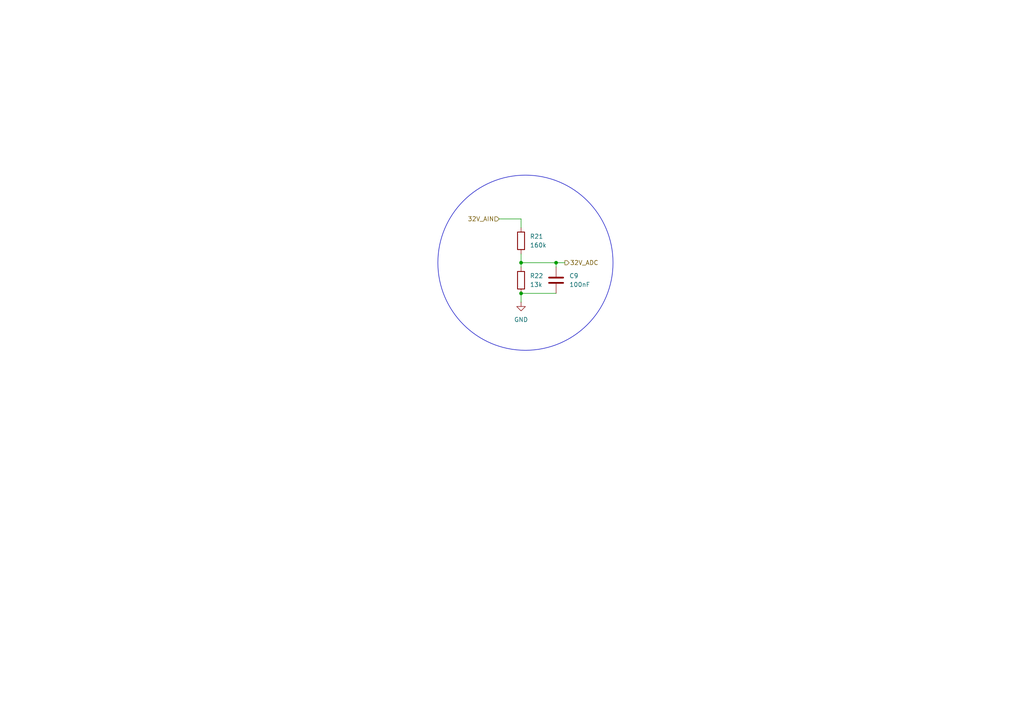
<source format=kicad_sch>
(kicad_sch
	(version 20250114)
	(generator "eeschema")
	(generator_version "9.0")
	(uuid "8061ec44-d203-4d1c-bffa-2cd26c925557")
	(paper "A4")
	(lib_symbols
		(symbol "Device:C"
			(pin_numbers
				(hide yes)
			)
			(pin_names
				(offset 0.254)
			)
			(exclude_from_sim no)
			(in_bom yes)
			(on_board yes)
			(property "Reference" "C"
				(at 0.635 2.54 0)
				(effects
					(font
						(size 1.27 1.27)
					)
					(justify left)
				)
			)
			(property "Value" "C"
				(at 0.635 -2.54 0)
				(effects
					(font
						(size 1.27 1.27)
					)
					(justify left)
				)
			)
			(property "Footprint" ""
				(at 0.9652 -3.81 0)
				(effects
					(font
						(size 1.27 1.27)
					)
					(hide yes)
				)
			)
			(property "Datasheet" "~"
				(at 0 0 0)
				(effects
					(font
						(size 1.27 1.27)
					)
					(hide yes)
				)
			)
			(property "Description" "Unpolarized capacitor"
				(at 0 0 0)
				(effects
					(font
						(size 1.27 1.27)
					)
					(hide yes)
				)
			)
			(property "ki_keywords" "cap capacitor"
				(at 0 0 0)
				(effects
					(font
						(size 1.27 1.27)
					)
					(hide yes)
				)
			)
			(property "ki_fp_filters" "C_*"
				(at 0 0 0)
				(effects
					(font
						(size 1.27 1.27)
					)
					(hide yes)
				)
			)
			(symbol "C_0_1"
				(polyline
					(pts
						(xy -2.032 0.762) (xy 2.032 0.762)
					)
					(stroke
						(width 0.508)
						(type default)
					)
					(fill
						(type none)
					)
				)
				(polyline
					(pts
						(xy -2.032 -0.762) (xy 2.032 -0.762)
					)
					(stroke
						(width 0.508)
						(type default)
					)
					(fill
						(type none)
					)
				)
			)
			(symbol "C_1_1"
				(pin passive line
					(at 0 3.81 270)
					(length 2.794)
					(name "~"
						(effects
							(font
								(size 1.27 1.27)
							)
						)
					)
					(number "1"
						(effects
							(font
								(size 1.27 1.27)
							)
						)
					)
				)
				(pin passive line
					(at 0 -3.81 90)
					(length 2.794)
					(name "~"
						(effects
							(font
								(size 1.27 1.27)
							)
						)
					)
					(number "2"
						(effects
							(font
								(size 1.27 1.27)
							)
						)
					)
				)
			)
			(embedded_fonts no)
		)
		(symbol "Device:R"
			(pin_numbers
				(hide yes)
			)
			(pin_names
				(offset 0)
			)
			(exclude_from_sim no)
			(in_bom yes)
			(on_board yes)
			(property "Reference" "R"
				(at 2.032 0 90)
				(effects
					(font
						(size 1.27 1.27)
					)
				)
			)
			(property "Value" "R"
				(at 0 0 90)
				(effects
					(font
						(size 1.27 1.27)
					)
				)
			)
			(property "Footprint" ""
				(at -1.778 0 90)
				(effects
					(font
						(size 1.27 1.27)
					)
					(hide yes)
				)
			)
			(property "Datasheet" "~"
				(at 0 0 0)
				(effects
					(font
						(size 1.27 1.27)
					)
					(hide yes)
				)
			)
			(property "Description" "Resistor"
				(at 0 0 0)
				(effects
					(font
						(size 1.27 1.27)
					)
					(hide yes)
				)
			)
			(property "ki_keywords" "R res resistor"
				(at 0 0 0)
				(effects
					(font
						(size 1.27 1.27)
					)
					(hide yes)
				)
			)
			(property "ki_fp_filters" "R_*"
				(at 0 0 0)
				(effects
					(font
						(size 1.27 1.27)
					)
					(hide yes)
				)
			)
			(symbol "R_0_1"
				(rectangle
					(start -1.016 -2.54)
					(end 1.016 2.54)
					(stroke
						(width 0.254)
						(type default)
					)
					(fill
						(type none)
					)
				)
			)
			(symbol "R_1_1"
				(pin passive line
					(at 0 3.81 270)
					(length 1.27)
					(name "~"
						(effects
							(font
								(size 1.27 1.27)
							)
						)
					)
					(number "1"
						(effects
							(font
								(size 1.27 1.27)
							)
						)
					)
				)
				(pin passive line
					(at 0 -3.81 90)
					(length 1.27)
					(name "~"
						(effects
							(font
								(size 1.27 1.27)
							)
						)
					)
					(number "2"
						(effects
							(font
								(size 1.27 1.27)
							)
						)
					)
				)
			)
			(embedded_fonts no)
		)
		(symbol "power:GND"
			(power)
			(pin_numbers
				(hide yes)
			)
			(pin_names
				(offset 0)
				(hide yes)
			)
			(exclude_from_sim no)
			(in_bom yes)
			(on_board yes)
			(property "Reference" "#PWR"
				(at 0 -6.35 0)
				(effects
					(font
						(size 1.27 1.27)
					)
					(hide yes)
				)
			)
			(property "Value" "GND"
				(at 0 -3.81 0)
				(effects
					(font
						(size 1.27 1.27)
					)
				)
			)
			(property "Footprint" ""
				(at 0 0 0)
				(effects
					(font
						(size 1.27 1.27)
					)
					(hide yes)
				)
			)
			(property "Datasheet" ""
				(at 0 0 0)
				(effects
					(font
						(size 1.27 1.27)
					)
					(hide yes)
				)
			)
			(property "Description" "Power symbol creates a global label with name \"GND\" , ground"
				(at 0 0 0)
				(effects
					(font
						(size 1.27 1.27)
					)
					(hide yes)
				)
			)
			(property "ki_keywords" "global power"
				(at 0 0 0)
				(effects
					(font
						(size 1.27 1.27)
					)
					(hide yes)
				)
			)
			(symbol "GND_0_1"
				(polyline
					(pts
						(xy 0 0) (xy 0 -1.27) (xy 1.27 -1.27) (xy 0 -2.54) (xy -1.27 -1.27) (xy 0 -1.27)
					)
					(stroke
						(width 0)
						(type default)
					)
					(fill
						(type none)
					)
				)
			)
			(symbol "GND_1_1"
				(pin power_in line
					(at 0 0 270)
					(length 0)
					(name "~"
						(effects
							(font
								(size 1.27 1.27)
							)
						)
					)
					(number "1"
						(effects
							(font
								(size 1.27 1.27)
							)
						)
					)
				)
			)
			(embedded_fonts no)
		)
	)
	(circle
		(center 152.4 76.2)
		(radius 25.4)
		(stroke
			(width 0)
			(type default)
		)
		(fill
			(type none)
		)
		(uuid 225e7771-6116-458b-baaa-4b3f8174035a)
	)
	(junction
		(at 151.13 76.2)
		(diameter 0)
		(color 0 0 0 0)
		(uuid "562ffa54-d449-416d-9879-e36e3f77dfa6")
	)
	(junction
		(at 151.13 85.09)
		(diameter 0)
		(color 0 0 0 0)
		(uuid "8c6dfa0c-511e-43a4-aa74-c2ad8aa814d2")
	)
	(junction
		(at 161.29 76.2)
		(diameter 0)
		(color 0 0 0 0)
		(uuid "fd3fa6ff-409d-44bc-a35c-cacd2adc46d6")
	)
	(wire
		(pts
			(xy 151.13 76.2) (xy 151.13 77.47)
		)
		(stroke
			(width 0)
			(type default)
		)
		(uuid "09dfcefb-a177-44e6-b2e0-ba9ca5194dce")
	)
	(wire
		(pts
			(xy 161.29 76.2) (xy 163.83 76.2)
		)
		(stroke
			(width 0)
			(type default)
		)
		(uuid "0c6a587d-647e-44c2-9778-689c7fa2dc7f")
	)
	(wire
		(pts
			(xy 151.13 85.09) (xy 151.13 87.63)
		)
		(stroke
			(width 0)
			(type default)
		)
		(uuid "30aa79f5-eef2-4580-8d1a-028b67113dfb")
	)
	(wire
		(pts
			(xy 151.13 73.66) (xy 151.13 76.2)
		)
		(stroke
			(width 0)
			(type default)
		)
		(uuid "36346d8f-607b-4a6d-bdc2-80dac512f159")
	)
	(wire
		(pts
			(xy 161.29 77.47) (xy 161.29 76.2)
		)
		(stroke
			(width 0)
			(type default)
		)
		(uuid "3fe5da52-f76b-4d84-9b1e-ad5653ab803e")
	)
	(wire
		(pts
			(xy 151.13 76.2) (xy 161.29 76.2)
		)
		(stroke
			(width 0)
			(type default)
		)
		(uuid "42d3a5d2-2851-410f-98d0-48e993429d96")
	)
	(wire
		(pts
			(xy 151.13 63.5) (xy 151.13 66.04)
		)
		(stroke
			(width 0)
			(type default)
		)
		(uuid "7ba816b8-904f-4aed-8686-2fdd256adc58")
	)
	(wire
		(pts
			(xy 144.78 63.5) (xy 151.13 63.5)
		)
		(stroke
			(width 0)
			(type default)
		)
		(uuid "b6f73799-6fea-4f0d-9e55-10f13097b4aa")
	)
	(wire
		(pts
			(xy 151.13 85.09) (xy 161.29 85.09)
		)
		(stroke
			(width 0)
			(type default)
		)
		(uuid "ed366f48-a976-43e4-9442-2f197c9a32e6")
	)
	(hierarchical_label "32V_ADC"
		(shape output)
		(at 163.83 76.2 0)
		(effects
			(font
				(size 1.27 1.27)
			)
			(justify left)
		)
		(uuid "1f238f46-e54d-4d64-8f34-7283bebda459")
	)
	(hierarchical_label "32V_AIN"
		(shape input)
		(at 144.78 63.5 180)
		(effects
			(font
				(size 1.27 1.27)
			)
			(justify right)
		)
		(uuid "8498ce2b-84cf-447f-aa25-9bba7248daf0")
	)
	(symbol
		(lib_id "Device:R")
		(at 151.13 81.28 0)
		(unit 1)
		(exclude_from_sim no)
		(in_bom yes)
		(on_board yes)
		(dnp no)
		(fields_autoplaced yes)
		(uuid "50f9a81f-7aaf-4206-ab81-7a58f4bdd139")
		(property "Reference" "R22"
			(at 153.67 80.0099 0)
			(effects
				(font
					(size 1.27 1.27)
				)
				(justify left)
			)
		)
		(property "Value" "13k"
			(at 153.67 82.5499 0)
			(effects
				(font
					(size 1.27 1.27)
				)
				(justify left)
			)
		)
		(property "Footprint" "Resistor_SMD:R_0603_1608Metric"
			(at 149.352 81.28 90)
			(effects
				(font
					(size 1.27 1.27)
				)
				(hide yes)
			)
		)
		(property "Datasheet" "~"
			(at 151.13 81.28 0)
			(effects
				(font
					(size 1.27 1.27)
				)
				(hide yes)
			)
		)
		(property "Description" "Resistor"
			(at 151.13 81.28 0)
			(effects
				(font
					(size 1.27 1.27)
				)
				(hide yes)
			)
		)
		(pin "1"
			(uuid "81e421c0-15bd-42be-bf84-ec836dd2943f")
		)
		(pin "2"
			(uuid "46012b1e-b9e0-4155-b870-61d4fa464ba4")
		)
		(instances
			(project ""
				(path "/8290cc18-06d0-4e02-a781-29a61ebc321a/9e4d7a0c-a5eb-4e88-9036-0c35e68b279a/addf1e1e-f652-4279-8cba-01ccd2e4a395"
					(reference "R22")
					(unit 1)
				)
			)
			(project "NIVARA_ZorionX_BOARD"
				(path "/8e19332e-3534-4a04-99a8-04957ac8928f/addf1e1e-f652-4279-8cba-01ccd2e4a395"
					(reference "R?")
					(unit 1)
				)
			)
		)
	)
	(symbol
		(lib_id "Device:C")
		(at 161.29 81.28 0)
		(unit 1)
		(exclude_from_sim no)
		(in_bom yes)
		(on_board yes)
		(dnp no)
		(fields_autoplaced yes)
		(uuid "c33bfa7b-4383-4d46-a754-7a3ff49e2ffe")
		(property "Reference" "C9"
			(at 165.1 80.0099 0)
			(effects
				(font
					(size 1.27 1.27)
				)
				(justify left)
			)
		)
		(property "Value" "100nF"
			(at 165.1 82.5499 0)
			(effects
				(font
					(size 1.27 1.27)
				)
				(justify left)
			)
		)
		(property "Footprint" "Capacitor_SMD:C_0805_2012Metric"
			(at 162.2552 85.09 0)
			(effects
				(font
					(size 1.27 1.27)
				)
				(hide yes)
			)
		)
		(property "Datasheet" "~"
			(at 161.29 81.28 0)
			(effects
				(font
					(size 1.27 1.27)
				)
				(hide yes)
			)
		)
		(property "Description" "Unpolarized capacitor"
			(at 161.29 81.28 0)
			(effects
				(font
					(size 1.27 1.27)
				)
				(hide yes)
			)
		)
		(pin "2"
			(uuid "77dd6296-d843-4e4b-919a-07527a448ab4")
		)
		(pin "1"
			(uuid "087abdd6-ed69-4ee7-88d8-0ac3e998d9a6")
		)
		(instances
			(project ""
				(path "/8290cc18-06d0-4e02-a781-29a61ebc321a/9e4d7a0c-a5eb-4e88-9036-0c35e68b279a/addf1e1e-f652-4279-8cba-01ccd2e4a395"
					(reference "C9")
					(unit 1)
				)
			)
			(project "NIVARA_ZorionX_BOARD"
				(path "/8e19332e-3534-4a04-99a8-04957ac8928f/addf1e1e-f652-4279-8cba-01ccd2e4a395"
					(reference "C?")
					(unit 1)
				)
			)
		)
	)
	(symbol
		(lib_id "power:GND")
		(at 151.13 87.63 0)
		(unit 1)
		(exclude_from_sim no)
		(in_bom yes)
		(on_board yes)
		(dnp no)
		(fields_autoplaced yes)
		(uuid "d1d3f744-feb9-4d5c-a72c-75aca6c04e01")
		(property "Reference" "#PWR049"
			(at 151.13 93.98 0)
			(effects
				(font
					(size 1.27 1.27)
				)
				(hide yes)
			)
		)
		(property "Value" "GND"
			(at 151.13 92.71 0)
			(effects
				(font
					(size 1.27 1.27)
				)
			)
		)
		(property "Footprint" ""
			(at 151.13 87.63 0)
			(effects
				(font
					(size 1.27 1.27)
				)
				(hide yes)
			)
		)
		(property "Datasheet" ""
			(at 151.13 87.63 0)
			(effects
				(font
					(size 1.27 1.27)
				)
				(hide yes)
			)
		)
		(property "Description" "Power symbol creates a global label with name \"GND\" , ground"
			(at 151.13 87.63 0)
			(effects
				(font
					(size 1.27 1.27)
				)
				(hide yes)
			)
		)
		(pin "1"
			(uuid "1c8b088f-f467-49a7-ae8f-332d6f095026")
		)
		(instances
			(project ""
				(path "/8290cc18-06d0-4e02-a781-29a61ebc321a/9e4d7a0c-a5eb-4e88-9036-0c35e68b279a/addf1e1e-f652-4279-8cba-01ccd2e4a395"
					(reference "#PWR049")
					(unit 1)
				)
			)
			(project "NIVARA_ZorionX_BOARD"
				(path "/8e19332e-3534-4a04-99a8-04957ac8928f/addf1e1e-f652-4279-8cba-01ccd2e4a395"
					(reference "#PWR?")
					(unit 1)
				)
			)
		)
	)
	(symbol
		(lib_id "Device:R")
		(at 151.13 69.85 0)
		(unit 1)
		(exclude_from_sim no)
		(in_bom yes)
		(on_board yes)
		(dnp no)
		(fields_autoplaced yes)
		(uuid "edd213ec-2e81-47e1-9190-a54ad7c2850d")
		(property "Reference" "R21"
			(at 153.67 68.5799 0)
			(effects
				(font
					(size 1.27 1.27)
				)
				(justify left)
			)
		)
		(property "Value" "160k"
			(at 153.67 71.1199 0)
			(effects
				(font
					(size 1.27 1.27)
				)
				(justify left)
			)
		)
		(property "Footprint" "Resistor_SMD:R_0603_1608Metric"
			(at 149.352 69.85 90)
			(effects
				(font
					(size 1.27 1.27)
				)
				(hide yes)
			)
		)
		(property "Datasheet" "~"
			(at 151.13 69.85 0)
			(effects
				(font
					(size 1.27 1.27)
				)
				(hide yes)
			)
		)
		(property "Description" "Resistor"
			(at 151.13 69.85 0)
			(effects
				(font
					(size 1.27 1.27)
				)
				(hide yes)
			)
		)
		(pin "1"
			(uuid "8650b03b-87c3-4af6-ab6f-8f8b53a47bd4")
		)
		(pin "2"
			(uuid "c5c60dba-cf8c-4263-98ef-8d628c9eaf5b")
		)
		(instances
			(project ""
				(path "/8290cc18-06d0-4e02-a781-29a61ebc321a/9e4d7a0c-a5eb-4e88-9036-0c35e68b279a/addf1e1e-f652-4279-8cba-01ccd2e4a395"
					(reference "R21")
					(unit 1)
				)
			)
			(project "NIVARA_ZorionX_BOARD"
				(path "/8e19332e-3534-4a04-99a8-04957ac8928f/addf1e1e-f652-4279-8cba-01ccd2e4a395"
					(reference "R?")
					(unit 1)
				)
			)
		)
	)
)

</source>
